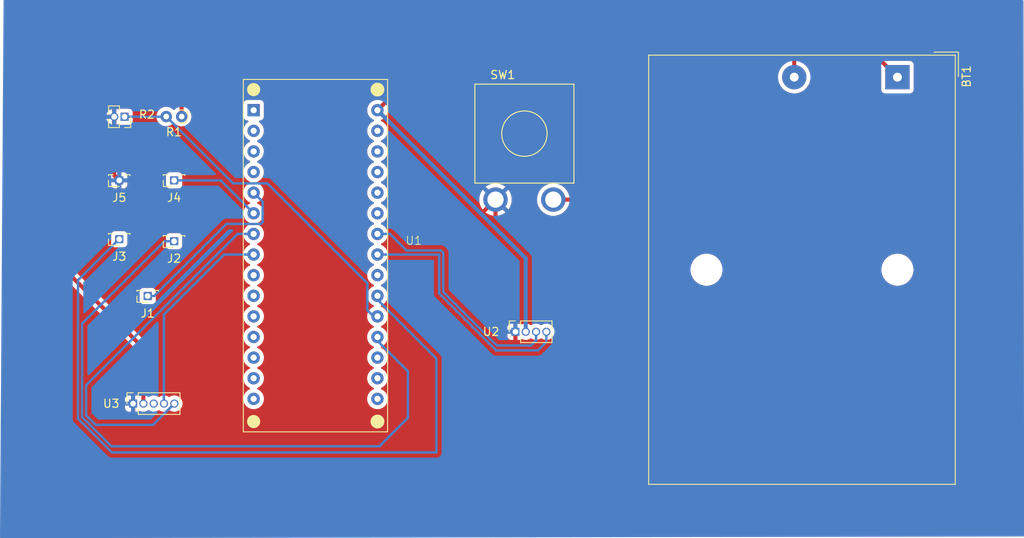
<source format=kicad_pcb>
(kicad_pcb (version 20240108) (generator "pcbnew") (generator_version "8.0")
  (layers (0 "F.Cu" signal) (31 "B.Cu" signal) (34 "B.Paste" user) (35 "F.Paste" user) (36 "B.SilkS" user "B.Silkscreen") (37 "F.SilkS" user "F.Silkscreen") (38 "B.Mask" user) (39 "F.Mask" user) (44 "Edge.Cuts" user))
  (net 0 "")
  (net 1 "+5V")
  (net 2 "pwm")
  (net 3 "volt")
  (net 4 "common")
  (net 5 "cont")
  (net 6 "GND")
  (net 7 "ohmmeter")
  (net 9 "DT")
  (net 19 "CLK")
  (net 23 "SDA")
  (net 29 "SCL")
  (net 33 "/switch")
  (footprint "Connector_PinSocket_1.27mm:PinSocket_1x01_P1.27mm_Vertical" (layer "F.Cu") (at 92.33 91.13 180)
    (property "Reference" "J4" (at 0 -2.135 0) (layer "F.SilkS"))
    (property "Value" "continuous")
    (fp_line (start 1.33 0.575) (end 1.33 0.695) (stroke (width 0.12)) (layer "F.SilkS"))
    (fp_line (start 1.33 -0.76) (end 1.33 0) (stroke (width 0.12)) (layer "F.SilkS"))
    (fp_line (start 0.76 0.695) (end 1.33 0.695) (stroke (width 0.12)) (layer "F.SilkS"))
    (fp_line (start 0 -0.76) (end 1.33 -0.76) (stroke (width 0.12)) (layer "F.SilkS"))
    (fp_line (start -1.33 0.695) (end -0.76 0.695) (stroke (width 0.12)) (layer "F.SilkS"))
    (fp_line (start -1.33 0.575) (end -1.33 0.695) (stroke (width 0.12)) (layer "F.SilkS"))
    (pad "1" thru_hole rect (at 0 0 180) (size 1 1) (drill 0.7) (layers "*.Cu" "*.Mask") (net 5 "cont"))
  )
  (footprint "Connector_PinSocket_1.27mm:PinSocket_1x01_P1.27mm_Vertical" (layer "F.Cu") (at 92.33 98.63 180)
    (property "Reference" "J2" (at 0 -2.135 0) (layer "F.SilkS"))
    (property "Value" "voltmeter")
    (fp_line (start 1.33 0.575) (end 1.33 0.695) (stroke (width 0.12)) (layer "F.SilkS"))
    (fp_line (start 1.33 -0.76) (end 1.33 0) (stroke (width 0.12)) (layer "F.SilkS"))
    (fp_line (start 0.76 0.695) (end 1.33 0.695) (stroke (width 0.12)) (layer "F.SilkS"))
    (fp_line (start 0 -0.76) (end 1.33 -0.76) (stroke (width 0.12)) (layer "F.SilkS"))
    (fp_line (start -1.33 0.695) (end -0.76 0.695) (stroke (width 0.12)) (layer "F.SilkS"))
    (fp_line (start -1.33 0.575) (end -1.33 0.695) (stroke (width 0.12)) (layer "F.SilkS"))
    (pad "1" thru_hole rect (at 0 0 180) (size 1 1) (drill 0.7) (layers "*.Cu" "*.Mask") (net 3 "volt"))
  )
  (footprint "Connector_PinSocket_1.27mm:PinSocket_1x04_P1.27mm_Vertical" (layer "F.Cu") (at 134.34 109.78 90)
    (property "Reference" "U2" (at 0 -3 360) (layer "F.SilkS"))
    (property "Value" "oled i2c")
    (fp_line (start 1.33 -0.76) (end 1.33 0) (stroke (width 0.12)) (layer "F.SilkS"))
    (fp_line (start 0 -0.76) (end 1.33 -0.76) (stroke (width 0.12)) (layer "F.SilkS"))
    (fp_line (start 1.33 0.635) (end 1.33 4.505) (stroke (width 0.12)) (layer "F.SilkS"))
    (fp_line (start 0.76 0.635) (end 1.33 0.635) (stroke (width 0.12)) (layer "F.SilkS"))
    (fp_line (start -1.33 0.635) (end -0.76 0.635) (stroke (width 0.12)) (layer "F.SilkS"))
    (fp_line (start -1.33 0.635) (end -1.33 4.505) (stroke (width 0.12)) (layer "F.SilkS"))
    (fp_line (start 0.30753 4.505) (end 1.33 4.505) (stroke (width 0.12)) (layer "F.SilkS"))
    (fp_line (start -1.33 4.505) (end -0.30753 4.505) (stroke (width 0.12)) (layer "F.SilkS"))
    (pad "1" thru_hole rect (at 0 0 90) (size 1 1) (drill 0.7) (layers "*.Cu" "*.Mask") (net 6 "GND"))
    (pad "2" thru_hole oval (at 0 1.27 90) (size 1 1) (drill 0.7) (layers "*.Cu" "*.Mask") (net 1 "+5V"))
    (pad "3" thru_hole oval (at 0 2.54 90) (size 1 1) (drill 0.7) (layers "*.Cu" "*.Mask") (net 29 "SCL"))
    (pad "4" thru_hole oval (at 0 3.81 90) (size 1 1) (drill 0.7) (layers "*.Cu" "*.Mask") (net 23 "SDA"))
  )
  (footprint "Connector_PinSocket_1.27mm:PinSocket_1x05_P1.27mm_Vertical" (layer "F.Cu") (at 87.28 118.63 90)
    (property "Reference" "U3" (at 0 -2.69 360) (layer "F.SilkS"))
    (property "Value" "Rotary Encoder")
    (fp_line (start 1.33 -0.76) (end 1.33 0) (stroke (width 0.12)) (layer "F.SilkS"))
    (fp_line (start 0 -0.76) (end 1.33 -0.76) (stroke (width 0.12)) (layer "F.SilkS"))
    (fp_line (start 1.33 0.635) (end 1.33 5.775) (stroke (width 0.12)) (layer "F.SilkS"))
    (fp_line (start 0.76 0.635) (end 1.33 0.635) (stroke (width 0.12)) (layer "F.SilkS"))
    (fp_line (start -1.33 0.635) (end -0.76 0.635) (stroke (width 0.12)) (layer "F.SilkS"))
    (fp_line (start -1.33 0.635) (end -1.33 5.775) (stroke (width 0.12)) (layer "F.SilkS"))
    (fp_line (start 0.30753 5.775) (end 1.33 5.775) (stroke (width 0.12)) (layer "F.SilkS"))
    (fp_line (start -1.33 5.775) (end -0.30753 5.775) (stroke (width 0.12)) (layer "F.SilkS"))
    (pad "1" thru_hole rect (at 0 0 90) (size 1 1) (drill 0.7) (layers "*.Cu" "*.Mask") (net 6 "GND"))
    (pad "2" thru_hole oval (at 0 1.27 90) (size 1 1) (drill 0.7) (layers "*.Cu" "*.Mask") (net 1 "+5V"))
    (pad "3" thru_hole oval (at 0 2.54 90) (size 1 1) (drill 0.7) (layers "*.Cu" "*.Mask"))
    (pad "4" thru_hole oval (at 0 3.81 90) (size 1 1) (drill 0.7) (layers "*.Cu" "*.Mask") (net 9 "DT"))
    (pad "5" thru_hole oval (at 0 5.08 90) (size 1 1) (drill 0.7) (layers "*.Cu" "*.Mask") (net 19 "CLK"))
  )
  (footprint "Connector_PinSocket_1.27mm:PinSocket_1x01_P1.27mm_Vertical" (layer "F.Cu") (at 85.58 91.13 180)
    (property "Reference" "J5" (at 0 -2.135 0) (layer "F.SilkS"))
    (property "Value" "common")
    (fp_line (start 1.33 0.575) (end 1.33 0.695) (stroke (width 0.12)) (layer "F.SilkS"))
    (fp_line (start 1.33 -0.76) (end 1.33 0) (stroke (width 0.12)) (layer "F.SilkS"))
    (fp_line (start 0.76 0.695) (end 1.33 0.695) (stroke (width 0.12)) (layer "F.SilkS"))
    (fp_line (start 0 -0.76) (end 1.33 -0.76) (stroke (width 0.12)) (layer "F.SilkS"))
    (fp_line (start -1.33 0.695) (end -0.76 0.695) (stroke (width 0.12)) (layer "F.SilkS"))
    (fp_line (start -1.33 0.575) (end -1.33 0.695) (stroke (width 0.12)) (layer "F.SilkS"))
    (pad "1" thru_hole rect (at 0 0 180) (size 1 1) (drill 0.7) (layers "*.Cu" "*.Mask") (net 6 "GND"))
  )
  (footprint "SPST:JUDCOSPST" (layer "F.Cu") (at 135.444 85.372)
    (property "Reference" "SW1" (at -2.667 -7.239 0) (layer "F.SilkS"))
    (property "Value" "SW_SPST")
    (fp_line (start -6.096 -6.096) (end 6.096 -6.096) (stroke (width 0.127)) (layer "F.SilkS"))
    (fp_line (start -6.096 6.096) (end -6.096 -6.096) (stroke (width 0.127)) (layer "F.SilkS"))
    (fp_line (start 6.096 -6.096) (end 6.096 6.096) (stroke (width 0.127)) (layer "F.SilkS"))
    (fp_line (start 6.096 6.096) (end -6.096 6.096) (stroke (width 0.127)) (layer "F.SilkS"))
    (fp_circle (center 0 0) (end 2.794 0) (stroke (width 0.127)) (fill none) (layer "F.SilkS"))
    (pad "P" thru_hole circle (at 3.556 8.128) (size 3 3) (drill 2) (layers "*.Cu" "*.Mask") (net 33 "/switch"))
    (pad "T" thru_hole circle (at -3.556 8.128) (size 3 3) (drill 2) (layers "*.Cu" "*.Mask") (net 6 "GND"))
  )
  (footprint "Resistor_THT:R_Axial_DIN0204_L3.6mm_D1.6mm_P1.90mm_Vertical" (layer "F.Cu") (at 93.26 83.2675 180)
    (property "Reference" "R1" (at 0.95 -1.92 0) (layer "F.SilkS"))
    (property "Value" "1k")
    (fp_arc (start 0.320095 0.749359) (mid -0.813042 -0.054435) (end 0.417133 -0.7) (stroke (width 0.12)) (layer "F.SilkS"))
    (pad "1" thru_hole circle (at 0 0 180) (size 1.4 1.4) (drill 0.7) (layers "*.Cu" "*.Mask") (net 1 "+5V"))
    (pad "2" thru_hole oval (at 1.9 0 180) (size 1.4 1.4) (drill 0.7) (layers "*.Cu" "*.Mask") (net 7 "ohmmeter"))
  )
  (footprint "Battery:BatteryHolder_Keystone_2479_3xAAA" (layer "F.Cu") (at 181.3575 78.4175 -90)
    (property "Reference" "BT1" (at -0.09 -8.5 90) (layer "F.SilkS"))
    (property "Value" "5V Cell")
    (fp_line (start -2.71 30.62) (end 50.16 30.62) (stroke (width 0.12)) (layer "F.SilkS"))
    (fp_line (start -3.09 -4.5) (end -3.09 -7.5) (stroke (width 0.12)) (layer "F.SilkS"))
    (fp_line (start -2.71 -7.12) (end -2.71 30.62) (stroke (width 0.12)) (layer "F.SilkS"))
    (fp_line (start -2.71 -7.12) (end 50.16 -7.12) (stroke (width 0.12)) (layer "F.SilkS"))
    (fp_line (start 50.16 -7.12) (end 50.16 30.62) (stroke (width 0.12)) (layer "F.SilkS"))
    (fp_line (start -3.09 -7.5) (end -0.09 -7.5) (stroke (width 0.12)) (layer "F.SilkS"))
    (pad "" np_thru_hole circle (at 23.72 0 270) (size 3.45 3.45) (drill 3.45) (layers "*.Cu" "*.Mask"))
    (pad "" np_thru_hole circle (at 23.72 23.5 270) (size 3.45 3.45) (drill 3.45) (layers "*.Cu" "*.Mask"))
    (pad "1" thru_hole rect (at 0 0 270) (size 3 3) (drill 1.1) (layers "*.Cu" "*.Mask") (net 1 "+5V"))
    (pad "2" thru_hole circle (at 0 12.7 270) (size 3 3) (drill 1.1) (layers "*.Cu" "*.Mask") (net 33 "/switch"))
  )
  (footprint "MCU_arduino_nano:Arduino_nano" (layer "F.Cu") (at 109.9915 98.4895 -90)
    (property "Reference" "U1" (at 0.0575 -11.8295 0) (layer "F.SilkS") (effects (font (thickness 0.1))))
    (property "Value" "Arduino nano")
    (fp_line (start 22.352 8.128) (end 22.352 7.874) (stroke (width 0.1)) (layer "F.SilkS"))
    (fp_rect (start -19.792 -8.616) (end 23.622 9.144) (stroke (width 0.12)) (fill none) (layer "F.SilkS"))
    (fp_circle (center -18.542 7.874) (end -17.78 7.874) (stroke (width 0.1)) (fill solid) (layer "F.SilkS"))
    (fp_circle (center 22.352 7.874) (end 23.114 7.874) (stroke (width 0.1)) (fill solid) (layer "F.SilkS"))
    (fp_circle (center -18.542 -7.366) (end -17.738781 -7.366) (stroke (width 0.1)) (fill solid) (layer "F.SilkS"))
    (fp_circle (center 22.352 -7.366) (end 23.155219 -7.366) (stroke (width 0.1)) (fill solid) (layer "F.SilkS"))
    (pad "1" thru_hole rect (at -16.002 7.874 270) (size 1.524 1.524) (drill 0.762) (layers "*.Cu" "*.Mask"))
    (pad "2" thru_hole circle (at -13.462 7.874 270) (size 1.524 1.524) (drill 0.762) (layers "*.Cu" "*.Mask"))
    (pad "3" thru_hole circle (at -10.922 7.874 270) (size 1.524 1.524) (drill 0.762) (layers "*.Cu" "*.Mask"))
    (pad "4" thru_hole circle (at -8.382 7.874 270) (size 1.524 1.524) (drill 0.762) (layers "*.Cu" "*.Mask"))
    (pad "5" thru_hole circle (at -5.842 7.874 270) (size 1.524 1.524) (drill 0.762) (layers "*.Cu" "*.Mask") (net 2 "pwm"))
    (pad "6" thru_hole circle (at -3.302 7.874 270) (size 1.524 1.524) (drill 0.762) (layers "*.Cu" "*.Mask") (net 5 "cont"))
    (pad "7" thru_hole circle (at -0.762 7.874 270) (size 1.524 1.524) (drill 0.762) (layers "*.Cu" "*.Mask") (net 19 "CLK"))
    (pad "8" thru_hole circle (at 1.778 7.874 270) (size 1.524 1.524) (drill 0.762) (layers "*.Cu" "*.Mask") (net 9 "DT"))
    (pad "9" thru_hole circle (at 4.318 7.874 270) (size 1.524 1.524) (drill 0.762) (layers "*.Cu" "*.Mask"))
    (pad "10" thru_hole circle (at 6.858 7.874 270) (size 1.524 1.524) (drill 0.762) (layers "*.Cu" "*.Mask"))
    (pad "11" thru_hole circle (at 9.398 7.874 270) (size 1.524 1.524) (drill 0.762) (layers "*.Cu" "*.Mask"))
    (pad "12" thru_hole circle (at 11.938 7.874 270) (size 1.524 1.524) (drill 0.762) (layers "*.Cu" "*.Mask"))
    (pad "13" thru_hole circle (at 14.478 7.874 270) (size 1.524 1.524) (drill 0.762) (layers "*.Cu" "*.Mask"))
    (pad "14" thru_hole circle (at 17.018 7.874 270) (size 1.524 1.524) (drill 0.762) (layers "*.Cu" "*.Mask"))
    (pad "15" thru_hole circle (at 19.558 7.874 270) (size 1.524 1.524) (drill 0.762) (layers "*.Cu" "*.Mask"))
    (pad "16" thru_hole circle (at 19.558 -7.366 270) (size 1.524 1.524) (drill 0.762) (layers "*.Cu" "*.Mask"))
    (pad "17" thru_hole circle (at 17.018 -7.366 270) (size 1.524 1.524) (drill 0.762) (layers "*.Cu" "*.Mask"))
    (pad "18" thru_hole circle (at 14.478 -7.366 270) (size 1.524 1.524) (drill 0.762) (layers "*.Cu" "*.Mask"))
    (pad "19" thru_hole circle (at 11.938 -7.366 270) (size 1.524 1.524) (drill 0.762) (layers "*.Cu" "*.Mask") (net 3 "volt"))
    (pad "20" thru_hole circle (at 9.398 -7.366 270) (size 1.524 1.524) (drill 0.762) (layers "*.Cu" "*.Mask") (net 7 "ohmmeter"))
    (pad "21" thru_hole circle (at 6.858 -7.366 270) (size 1.524 1.524) (drill 0.762) (layers "*.Cu" "*.Mask") (net 4 "common"))
    (pad "22" thru_hole circle (at 4.318 -7.366 270) (size 1.524 1.524) (drill 0.762) (layers "*.Cu" "*.Mask"))
    (pad "23" thru_hole circle (at 1.778 -7.366 270) (size 1.524 1.524) (drill 0.762) (layers "*.Cu" "*.Mask") (net 23 "SDA"))
    (pad "24" thru_hole circle (at -0.762 -7.366 270) (size 1.524 1.524) (drill 0.762) (layers "*.Cu" "*.Mask") (net 29 "SCL"))
    (pad "25" thru_hole circle (at -3.302 -7.366 270) (size 1.524 1.524) (drill 0.762) (layers "*.Cu" "*.Mask"))
    (pad "26" thru_hole circle (at -5.842 -7.366) (size 1.524 1.524) (drill 0.762) (layers "*.Cu" "*.Mask"))
    (pad "27" thru_hole circle (at -8.382 -7.366 270) (size 1.524 1.524) (drill 0.762) (layers "*.Cu" "*.Mask"))
    (pad "28" thru_hole circle (at -10.922 -7.366 270) (size 1.524 1.524) (drill 0.762) (layers "*.Cu" "*.Mask"))
    (pad "29" thru_hole circle (at -13.462 -7.366 270) (size 1.524 1.524) (drill 0.762) (layers "*.Cu" "*.Mask"))
    (pad "30" thru_hole circle (at -16.002 -7.366 270) (size 1.524 1.524) (drill 0.762) (layers "*.Cu" "*.Mask") (net 1 "+5V"))
  )
  (footprint "Connector_PinSocket_1.27mm:PinSocket_1x02_P1.27mm_Vertical" (layer "F.Cu") (at 86.23 83.2925 -90)
    (property "Reference" "R2" (at -0.27 -2.75 0) (layer "F.SilkS"))
    (property "Value" "unknown")
    (fp_line (start -1.33 1.965) (end -0.30753 1.965) (stroke (width 0.12)) (layer "F.SilkS"))
    (fp_line (start 0.30753 1.965) (end 1.33 1.965) (stroke (width 0.12)) (layer "F.SilkS"))
    (fp_line (start -1.33 0.635) (end -1.33 1.965) (stroke (width 0.12)) (layer "F.SilkS"))
    (fp_line (start -1.33 0.635) (end -0.76 0.635) (stroke (width 0.12)) (layer "F.SilkS"))
    (fp_line (start 0.76 0.635) (end 1.33 0.635) (stroke (width 0.12)) (layer "F.SilkS"))
    (fp_line (start 1.33 0.635) (end 1.33 1.965) (stroke (width 0.12)) (layer "F.SilkS"))
    (fp_line (start 0 -0.76) (end 1.33 -0.76) (stroke (width 0.12)) (layer "F.SilkS"))
    (fp_line (start 1.33 -0.76) (end 1.33 0) (stroke (width 0.12)) (layer "F.SilkS"))
    (pad "1" thru_hole rect (at 0 0 270) (size 1 1) (drill 0.7) (layers "*.Cu" "*.Mask") (net 7 "ohmmeter"))
    (pad "2" thru_hole oval (at 0 1.27 270) (size 1 1) (drill 0.7) (layers "*.Cu" "*.Mask") (net 6 "GND"))
  )
  (footprint "Connector_PinSocket_1.27mm:PinSocket_1x01_P1.27mm_Vertical" (layer "F.Cu") (at 85.58 98.38 180)
    (property "Reference" "J3" (at 0 -2.135 0) (layer "F.SilkS"))
    (property "Value" "common")
    (fp_line (start 1.33 0.575) (end 1.33 0.695) (stroke (width 0.12)) (layer "F.SilkS"))
    (fp_line (start 1.33 -0.76) (end 1.33 0) (stroke (width 0.12)) (layer "F.SilkS"))
    (fp_line (start 0.76 0.695) (end 1.33 0.695) (stroke (width 0.12)) (layer "F.SilkS"))
    (fp_line (start 0 -0.76) (end 1.33 -0.76) (stroke (width 0.12)) (layer "F.SilkS"))
    (fp_line (start -1.33 0.695) (end -0.76 0.695) (stroke (width 0.12)) (layer "F.SilkS"))
    (fp_line (start -1.33 0.575) (end -1.33 0.695) (stroke (width 0.12)) (layer "F.SilkS"))
    (pad "1" thru_hole rect (at 0 0 180) (size 1 1) (drill 0.7) (layers "*.Cu" "*.Mask") (net 4 "common"))
  )
  (footprint "Connector_PinSocket_1.27mm:PinSocket_1x01_P1.27mm_Vertical" (layer "F.Cu") (at 89.08 105.38 180)
    (property "Reference" "J1" (at 0 -2.135 0) (layer "F.SilkS"))
    (property "Value" "pwm")
    (fp_line (start 1.33 0.575) (end 1.33 0.695) (stroke (width 0.12)) (layer "F.SilkS"))
    (fp_line (start 1.33 -0.76) (end 1.33 0) (stroke (width 0.12)) (layer "F.SilkS"))
    (fp_line (start 0.76 0.695) (end 1.33 0.695) (stroke (width 0.12)) (layer "F.SilkS"))
    (fp_line (start 0 -0.76) (end 1.33 -0.76) (stroke (width 0.12)) (layer "F.SilkS"))
    (fp_line (start -1.33 0.695) (end -0.76 0.695) (stroke (width 0.12)) (layer "F.SilkS"))
    (fp_line (start -1.33 0.575) (end -1.33 0.695) (stroke (width 0.12)) (layer "F.SilkS"))
    (pad "1" thru_hole rect (at 0 0 180) (size 1 1) (drill 0.7) (layers "*.Cu" "*.Mask") (net 2 "pwm"))
  )
  (gr_rect (start 71.663 69.195) (end 196.663 134.695) (stroke (width 0.15)) (fill none) (layer "F.Cu"))
  (segment (start 120.8075 70.6875) (end 129.3635 70.6875) (width 0.5) (layer "F.Cu") (net 1))
  (segment (start 129.1575 70.6875) (end 129.5 70.6875) (width 0.5) (layer "F.Cu") (net 1))
  (segment (start 117.1075 74.3875) (end 120.8075 70.6875) (width 0.5) (layer "F.Cu") (net 1))
  (segment (start 93.25 83.2575) (end 93.25 74.3875) (width 0.5) (layer "F.Cu") (net 1))
  (segment (start 129.5 70.6875) (end 129.3635 70.6875) (width 0.5) (layer "F.Cu") (net 1))
  (segment (start 117.5635 82.4875) (end 117.3575 82.4875) (width 0.5) (layer "F.Cu") (net 1))
  (segment (start 79 102.25) (end 88.55 111.8) (width 0.5) (layer "F.Cu") (net 1))
  (segment (start 173.6275 70.6875) (end 129.5 70.6875) (width 0.5) (layer "F.Cu") (net 1))
  (segment (start 88.55 111.8) (end 88.55 118.63) (width 0.5) (layer "F.Cu") (net 1))
  (segment (start 117.3575 82.4875) (end 129.1575 70.6875) (width 0.5) (layer "F.Cu") (net 1))
  (segment (start 181.3575 78.4175) (end 173.6275 70.6875) (width 0.5) (layer "F.Cu") (net 1))
  (segment (start 91.25 74.3875) (end 79 74.3875) (width 0.5) (layer "F.Cu") (net 1))
  (segment (start 79 74.3875) (end 79 102.25) (width 0.5) (layer "F.Cu") (net 1))
  (segment (start 93.26 83.2675) (end 93.25 83.2575) (width 0.5) (layer "F.Cu") (net 1))
  (segment (start 91.25 74.3875) (end 117.1075 74.3875) (width 0.5) (layer "F.Cu") (net 1))
  (segment (start 117.3575 82.4875) (end 135.61 100.74) (width 0.5) (layer "B.Cu") (net 1))
  (segment (start 135.61 100.74) (end 135.61 109.78) (width 0.5) (layer "B.Cu") (net 1))
  (segment (start 92.905 102.355) (end 92.895 102.355) (width 0.3) (layer "B.Cu") (net 2))
  (segment (start 103 96.5) (end 98.76 96.5) (width 0.3) (layer "B.Cu") (net 2))
  (segment (start 103.2295 96.2705) (end 103 96.5) (width 0.3) (layer "B.Cu") (net 2))
  (segment (start 89.87 105.38) (end 89.08 105.38) (width 0.3) (layer "B.Cu") (net 2))
  (segment (start 98.76 96.5) (end 92.905 102.355) (width 0.3) (layer "B.Cu") (net 2))
  (segment (start 102.1175 92.6475) (end 103.2295 93.7595) (width 0.3) (layer "B.Cu") (net 2))
  (segment (start 92.895 102.355) (end 89.87 105.38) (width 0.3) (layer "B.Cu") (net 2))
  (segment (start 103.2295 93.7595) (end 103.2295 96.2705) (width 0.3) (layer "B.Cu") (net 2))
  (segment (start 81 108.77) (end 81 120.28) (width 0.3) (layer "B.Cu") (net 3))
  (segment (start 84.6075 123.8875) (end 117.6075 123.8875) (width 0.3) (layer "B.Cu") (net 3))
  (segment (start 92.33 98.63) (end 91.14 98.63) (width 0.3) (layer "B.Cu") (net 3))
  (segment (start 121.1075 114.6515) (end 117.2235 110.7675) (width 0.3) (layer "B.Cu") (net 3))
  (segment (start 121.1075 120.3875) (end 121.1075 114.6515) (width 0.3) (layer "B.Cu") (net 3))
  (segment (start 81 120.28) (end 84.6075 123.8875) (width 0.3) (layer "B.Cu") (net 3))
  (segment (start 117.6075 123.8875) (end 121.1075 120.3875) (width 0.3) (layer "B.Cu") (net 3))
  (segment (start 91.14 98.63) (end 81 108.77) (width 0.3) (layer "B.Cu") (net 3))
  (segment (start 124.6075 124.6375) (end 124.6075 113.0715) (width 0.3) (layer "B.Cu") (net 4))
  (segment (start 80.5 103.42) (end 80.5 120.487107) (width 0.3) (layer "B.Cu") (net 4))
  (segment (start 85.54 98.38) (end 80.5 103.42) (width 0.3) (layer "B.Cu") (net 4))
  (segment (start 80.5 120.487107) (end 84.650393 124.6375) (width 0.3) (layer "B.Cu") (net 4))
  (segment (start 84.650393 124.6375) (end 124.6075 124.6375) (width 0.3) (layer "B.Cu") (net 4))
  (segment (start 124.6075 113.0715) (end 117.2235 105.6875) (width 0.3) (layer "B.Cu") (net 4))
  (segment (start 85.58 98.38) (end 85.54 98.38) (width 0.3) (layer "B.Cu") (net 4))
  (segment (start 92.33 91.13) (end 98.06 91.13) (width 0.3) (layer "B.Cu") (net 5))
  (segment (start 98.06 91.13) (end 102.1175 95.1875) (width 0.3) (layer "B.Cu") (net 5))
  (segment (start 131.888 114.21) (end 131.888 120.34695) (width 0.5) (layer "F.Cu") (net 6))
  (segment (start 88.44 91.13) (end 88.45 91.12) (width 0.5) (layer "F.Cu") (net 6))
  (segment (start 134.34 109.78) (end 134.34 111.758) (width 0.5) (layer "F.Cu") (net 6))
  (segment (start 88.5475 122.3875) (end 98.8575 122.3875) (width 0.5) (layer "F.Cu") (net 6))
  (segment (start 87.28 118.63) (end 87.28 121.12) (width 0.5) (layer "F.Cu") (net 6))
  (segment (start 134.34 111.758) (end 131.888 114.21) (width 0.5) (layer "F.Cu") (net 6))
  (segment (start 98.8575 122.3875) (end 102.1075 125.6375) (width 0.5) (layer "F.Cu") (net 6))
  (segment (start 98.8575 101.5275) (end 98.8575 122.3875) (width 0.5) (layer "F.Cu") (net 6))
  (segment (start 131.888 93.5) (end 131.888 114.21) (width 0.5) (layer "F.Cu") (net 6))
  (segment (start 132 93.612) (end 131.888 93.5) (width 0.5) (layer "F.Cu") (net 6))
  (segment (start 102.1075 125.6375) (end 126.59745 125.6375) (width 0.5) (layer "F.Cu") (net 6))
  (segment (start 87.28 121.12) (end 88.5475 122.3875) (width 0.5) (layer "F.Cu") (net 6))
  (segment (start 88.45 91.12) (end 98.8575 101.5275) (width 0.5) (layer "F.Cu") (net 6))
  (segment (start 85.58 91.13) (end 88.44 91.13) (width 0.5) (layer "F.Cu") (net 6))
  (segment (start 84.96 90.51) (end 85.58 91.13) (width 0.5) (layer "F.Cu") (net 6))
  (segment (start 131.888 120.34695) (end 126.59745 125.6375) (width 0.5) (layer "F.Cu") (net 6))
  (segment (start 84.96 83.2925) (end 84.96 90.51) (width 0.5) (layer "F.Cu") (net 6))
  (segment (start 103.802303 91.5) (end 116.1115 103.809197) (width 0.3) (layer "B.Cu") (net 7))
  (segment (start 99.5925 91.5) (end 103.802303 91.5) (width 0.3) (layer "B.Cu") (net 7))
  (segment (start 91.335 83.2925) (end 91.36 83.2675) (width 0.3) (layer "B.Cu") (net 7))
  (segment (start 116.1115 103.809197) (end 116.1115 107.1155) (width 0.3) (layer "B.Cu") (net 7))
  (segment (start 91.36 83.2675) (end 99.5925 91.5) (width 0.3) (layer "B.Cu") (net 7))
  (segment (start 116.1115 107.1155) (end 117.2235 108.2275) (width 0.3) (layer "B.Cu") (net 7))
  (segment (start 86.23 83.2925) (end 91.335 83.2925) (width 0.3) (layer "B.Cu") (net 7))
  (segment (start 91.09 118.63) (end 91.07 118.61) (width 0.3) (layer "B.Cu") (net 9))
  (segment (start 98.4825 100.2675) (end 102.1175 100.2675) (width 0.3) (layer "B.Cu") (net 9))
  (segment (start 91.07 118.61) (end 91.07 107.68) (width 0.3) (layer "B.Cu") (net 9))
  (segment (start 91.07 107.68) (end 98.4825 100.2675) (width 0.3) (layer "B.Cu") (net 9))
  (segment (start 92.36 118.63) (end 89.74 121.25) (width 0.3) (layer "B.Cu") (net 19))
  (segment (start 89.74 121.25) (end 82.677106 121.25) (width 0.3) (layer "B.Cu") (net 19))
  (segment (start 81.5 116.37) (end 100.1425 97.7275) (width 0.3) (layer "B.Cu") (net 19))
  (segment (start 82.677106 121.25) (end 81.5 120.072894) (width 0.3) (layer "B.Cu") (net 19))
  (segment (start 100.1425 97.7275) (end 102.1175 97.7275) (width 0.3) (layer "B.Cu") (net 19))
  (segment (start 81.5 120.072894) (end 81.5 116.37) (width 0.3) (layer "B.Cu") (net 19))
  (segment (start 137.1 112.08) (end 138.15 111.03) (width 0.3) (layer "B.Cu") (net 23))
  (segment (start 131.96 112.08) (end 137.1 112.08) (width 0.3) (layer "B.Cu") (net 23))
  (segment (start 138.15 111.03) (end 138.15 109.78) (width 0.3) (layer "B.Cu") (net 23))
  (segment (start 124.9575 100.2675) (end 124.9575 105.0775) (width 0.3) (layer "B.Cu") (net 23))
  (segment (start 124.9575 105.0775) (end 131.96 112.08) (width 0.3) (layer "B.Cu") (net 23))
  (segment (start 117.3575 100.2675) (end 124.9575 100.2675) (width 0.3) (layer "B.Cu") (net 23))
  (segment (start 120.9275 99.7675) (end 118.8875 97.7275) (width 0.3) (layer "B.Cu") (net 29))
  (segment (start 136.88 110.85) (end 136.26 111.47) (width 0.3) (layer "B.Cu") (net 29))
  (segment (start 136.26 111.47) (end 132.057106 111.47) (width 0.3) (layer "B.Cu") (net 29))
  (segment (start 125.4575 100.060393) (end 125.164607 99.7675) (width 0.3) (layer "B.Cu") (net 29))
  (segment (start 136.88 109.78) (end 136.88 110.85) (width 0.3) (layer "B.Cu") (net 29))
  (segment (start 125.4575 104.870394) (end 125.4575 100.060393) (width 0.3) (layer "B.Cu") (net 29))
  (segment (start 125.164607 99.7675) (end 120.9275 99.7675) (width 0.3) (layer "B.Cu") (net 29))
  (segment (start 132.057106 111.47) (end 125.4575 104.870394) (width 0.3) (layer "B.Cu") (net 29))
  (segment (start 118.8875 97.7275) (end 117.3575 97.7275) (width 0.3) (layer "B.Cu") (net 29))
  (segment (start 139.184 93.5) (end 143 93.5) (width 0.5) (layer "F.Cu") (net 33))
  (segment (start 145.25 91.25) (end 145.25 73.25) (width 0.5) (layer "F.Cu") (net 33))
  (segment (start 145.25 73.25) (end 146.5 72) (width 0.5) (layer "F.Cu") (net 33))
  (segment (start 146.5 72) (end 166.75 72) (width 0.5) (layer "F.Cu") (net 33))
  (segment (start 143 93.5) (end 145.25 91.25) (width 0.5) (layer "F.Cu") (net 33))
  (segment (start 166.75 72) (end 168.6575 73.9075) (width 0.5) (layer "F.Cu") (net 33))
  (segment (start 168.6575 73.9075) (end 168.6575 78.4175) (width 0.5) (layer "F.Cu") (net 33))
  (zone (net 6) (net_name "GND") (layers "F&B.Cu") (connect_pads (clearance 0.5)) (min_thickness 0.25) (fill yes (thermal_gap 0.5) (thermal_bridge_width 0.5))
    (polygon (pts (xy 71.34 68.91) (xy 70.9 135.21) (xy 196.95 135) (xy 196.87 68.91)))
  )
)
</source>
